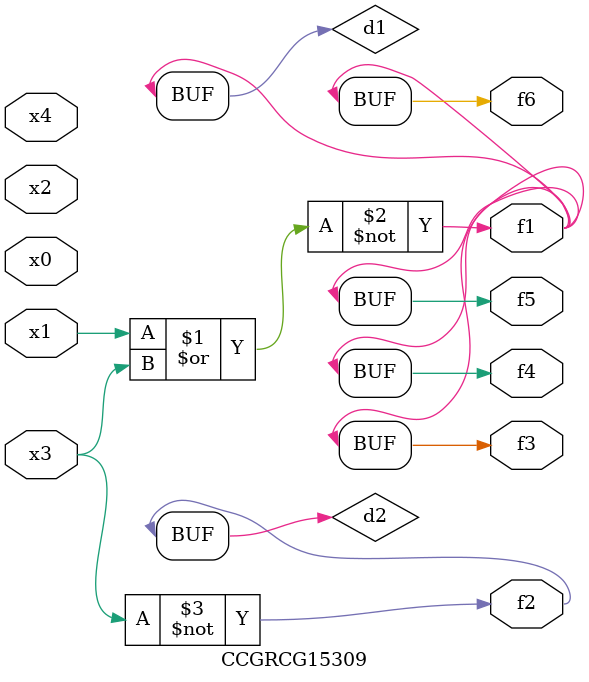
<source format=v>
module CCGRCG15309(
	input x0, x1, x2, x3, x4,
	output f1, f2, f3, f4, f5, f6
);

	wire d1, d2;

	nor (d1, x1, x3);
	not (d2, x3);
	assign f1 = d1;
	assign f2 = d2;
	assign f3 = d1;
	assign f4 = d1;
	assign f5 = d1;
	assign f6 = d1;
endmodule

</source>
